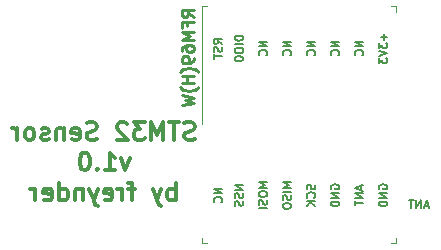
<source format=gbr>
G04 #@! TF.GenerationSoftware,KiCad,Pcbnew,5.0.0-rc2-unknown-a288d61~65~ubuntu18.04.1*
G04 #@! TF.CreationDate,2018-06-25T15:59:09+02:00*
G04 #@! TF.ProjectId,STM32_Sensor,53544D33325F53656E736F722E6B6963,rev?*
G04 #@! TF.SameCoordinates,Original*
G04 #@! TF.FileFunction,Legend,Bot*
G04 #@! TF.FilePolarity,Positive*
%FSLAX46Y46*%
G04 Gerber Fmt 4.6, Leading zero omitted, Abs format (unit mm)*
G04 Created by KiCad (PCBNEW 5.0.0-rc2-unknown-a288d61~65~ubuntu18.04.1) date Mon Jun 25 15:59:09 2018*
%MOMM*%
%LPD*%
G01*
G04 APERTURE LIST*
%ADD10C,0.300000*%
%ADD11C,0.175000*%
%ADD12C,0.250000*%
%ADD13C,0.100000*%
G04 APERTURE END LIST*
D10*
X123720857Y-91021142D02*
X123506571Y-91092571D01*
X123149428Y-91092571D01*
X123006571Y-91021142D01*
X122935142Y-90949714D01*
X122863714Y-90806857D01*
X122863714Y-90664000D01*
X122935142Y-90521142D01*
X123006571Y-90449714D01*
X123149428Y-90378285D01*
X123435142Y-90306857D01*
X123578000Y-90235428D01*
X123649428Y-90164000D01*
X123720857Y-90021142D01*
X123720857Y-89878285D01*
X123649428Y-89735428D01*
X123578000Y-89664000D01*
X123435142Y-89592571D01*
X123078000Y-89592571D01*
X122863714Y-89664000D01*
X122435142Y-89592571D02*
X121578000Y-89592571D01*
X122006571Y-91092571D02*
X122006571Y-89592571D01*
X121078000Y-91092571D02*
X121078000Y-89592571D01*
X120578000Y-90664000D01*
X120078000Y-89592571D01*
X120078000Y-91092571D01*
X119506571Y-89592571D02*
X118578000Y-89592571D01*
X119078000Y-90164000D01*
X118863714Y-90164000D01*
X118720857Y-90235428D01*
X118649428Y-90306857D01*
X118578000Y-90449714D01*
X118578000Y-90806857D01*
X118649428Y-90949714D01*
X118720857Y-91021142D01*
X118863714Y-91092571D01*
X119292285Y-91092571D01*
X119435142Y-91021142D01*
X119506571Y-90949714D01*
X118006571Y-89735428D02*
X117935142Y-89664000D01*
X117792285Y-89592571D01*
X117435142Y-89592571D01*
X117292285Y-89664000D01*
X117220857Y-89735428D01*
X117149428Y-89878285D01*
X117149428Y-90021142D01*
X117220857Y-90235428D01*
X118078000Y-91092571D01*
X117149428Y-91092571D01*
X115435142Y-91021142D02*
X115220857Y-91092571D01*
X114863714Y-91092571D01*
X114720857Y-91021142D01*
X114649428Y-90949714D01*
X114578000Y-90806857D01*
X114578000Y-90664000D01*
X114649428Y-90521142D01*
X114720857Y-90449714D01*
X114863714Y-90378285D01*
X115149428Y-90306857D01*
X115292285Y-90235428D01*
X115363714Y-90164000D01*
X115435142Y-90021142D01*
X115435142Y-89878285D01*
X115363714Y-89735428D01*
X115292285Y-89664000D01*
X115149428Y-89592571D01*
X114792285Y-89592571D01*
X114578000Y-89664000D01*
X113363714Y-91021142D02*
X113506571Y-91092571D01*
X113792285Y-91092571D01*
X113935142Y-91021142D01*
X114006571Y-90878285D01*
X114006571Y-90306857D01*
X113935142Y-90164000D01*
X113792285Y-90092571D01*
X113506571Y-90092571D01*
X113363714Y-90164000D01*
X113292285Y-90306857D01*
X113292285Y-90449714D01*
X114006571Y-90592571D01*
X112649428Y-90092571D02*
X112649428Y-91092571D01*
X112649428Y-90235428D02*
X112578000Y-90164000D01*
X112435142Y-90092571D01*
X112220857Y-90092571D01*
X112078000Y-90164000D01*
X112006571Y-90306857D01*
X112006571Y-91092571D01*
X111363714Y-91021142D02*
X111220857Y-91092571D01*
X110935142Y-91092571D01*
X110792285Y-91021142D01*
X110720857Y-90878285D01*
X110720857Y-90806857D01*
X110792285Y-90664000D01*
X110935142Y-90592571D01*
X111149428Y-90592571D01*
X111292285Y-90521142D01*
X111363714Y-90378285D01*
X111363714Y-90306857D01*
X111292285Y-90164000D01*
X111149428Y-90092571D01*
X110935142Y-90092571D01*
X110792285Y-90164000D01*
X109863714Y-91092571D02*
X110006571Y-91021142D01*
X110078000Y-90949714D01*
X110149428Y-90806857D01*
X110149428Y-90378285D01*
X110078000Y-90235428D01*
X110006571Y-90164000D01*
X109863714Y-90092571D01*
X109649428Y-90092571D01*
X109506571Y-90164000D01*
X109435142Y-90235428D01*
X109363714Y-90378285D01*
X109363714Y-90806857D01*
X109435142Y-90949714D01*
X109506571Y-91021142D01*
X109649428Y-91092571D01*
X109863714Y-91092571D01*
X108720857Y-91092571D02*
X108720857Y-90092571D01*
X108720857Y-90378285D02*
X108649428Y-90235428D01*
X108578000Y-90164000D01*
X108435142Y-90092571D01*
X108292285Y-90092571D01*
X118220857Y-92642571D02*
X117863714Y-93642571D01*
X117506571Y-92642571D01*
X116149428Y-93642571D02*
X117006571Y-93642571D01*
X116578000Y-93642571D02*
X116578000Y-92142571D01*
X116720857Y-92356857D01*
X116863714Y-92499714D01*
X117006571Y-92571142D01*
X115506571Y-93499714D02*
X115435142Y-93571142D01*
X115506571Y-93642571D01*
X115578000Y-93571142D01*
X115506571Y-93499714D01*
X115506571Y-93642571D01*
X114506571Y-92142571D02*
X114363714Y-92142571D01*
X114220857Y-92214000D01*
X114149428Y-92285428D01*
X114078000Y-92428285D01*
X114006571Y-92714000D01*
X114006571Y-93071142D01*
X114078000Y-93356857D01*
X114149428Y-93499714D01*
X114220857Y-93571142D01*
X114363714Y-93642571D01*
X114506571Y-93642571D01*
X114649428Y-93571142D01*
X114720857Y-93499714D01*
X114792285Y-93356857D01*
X114863714Y-93071142D01*
X114863714Y-92714000D01*
X114792285Y-92428285D01*
X114720857Y-92285428D01*
X114649428Y-92214000D01*
X114506571Y-92142571D01*
X122113714Y-96192571D02*
X122113714Y-94692571D01*
X122113714Y-95264000D02*
X121970857Y-95192571D01*
X121685142Y-95192571D01*
X121542285Y-95264000D01*
X121470857Y-95335428D01*
X121399428Y-95478285D01*
X121399428Y-95906857D01*
X121470857Y-96049714D01*
X121542285Y-96121142D01*
X121685142Y-96192571D01*
X121970857Y-96192571D01*
X122113714Y-96121142D01*
X120899428Y-95192571D02*
X120542285Y-96192571D01*
X120185142Y-95192571D02*
X120542285Y-96192571D01*
X120685142Y-96549714D01*
X120756571Y-96621142D01*
X120899428Y-96692571D01*
X118685142Y-95192571D02*
X118113714Y-95192571D01*
X118470857Y-96192571D02*
X118470857Y-94906857D01*
X118399428Y-94764000D01*
X118256571Y-94692571D01*
X118113714Y-94692571D01*
X117613714Y-96192571D02*
X117613714Y-95192571D01*
X117613714Y-95478285D02*
X117542285Y-95335428D01*
X117470857Y-95264000D01*
X117328000Y-95192571D01*
X117185142Y-95192571D01*
X116113714Y-96121142D02*
X116256571Y-96192571D01*
X116542285Y-96192571D01*
X116685142Y-96121142D01*
X116756571Y-95978285D01*
X116756571Y-95406857D01*
X116685142Y-95264000D01*
X116542285Y-95192571D01*
X116256571Y-95192571D01*
X116113714Y-95264000D01*
X116042285Y-95406857D01*
X116042285Y-95549714D01*
X116756571Y-95692571D01*
X115542285Y-95192571D02*
X115185142Y-96192571D01*
X114828000Y-95192571D02*
X115185142Y-96192571D01*
X115328000Y-96549714D01*
X115399428Y-96621142D01*
X115542285Y-96692571D01*
X114256571Y-95192571D02*
X114256571Y-96192571D01*
X114256571Y-95335428D02*
X114185142Y-95264000D01*
X114042285Y-95192571D01*
X113828000Y-95192571D01*
X113685142Y-95264000D01*
X113613714Y-95406857D01*
X113613714Y-96192571D01*
X112256571Y-96192571D02*
X112256571Y-94692571D01*
X112256571Y-96121142D02*
X112399428Y-96192571D01*
X112685142Y-96192571D01*
X112828000Y-96121142D01*
X112899428Y-96049714D01*
X112970857Y-95906857D01*
X112970857Y-95478285D01*
X112899428Y-95335428D01*
X112828000Y-95264000D01*
X112685142Y-95192571D01*
X112399428Y-95192571D01*
X112256571Y-95264000D01*
X110970857Y-96121142D02*
X111113714Y-96192571D01*
X111399428Y-96192571D01*
X111542285Y-96121142D01*
X111613714Y-95978285D01*
X111613714Y-95406857D01*
X111542285Y-95264000D01*
X111399428Y-95192571D01*
X111113714Y-95192571D01*
X110970857Y-95264000D01*
X110899428Y-95406857D01*
X110899428Y-95549714D01*
X111613714Y-95692571D01*
X110256571Y-96192571D02*
X110256571Y-95192571D01*
X110256571Y-95478285D02*
X110185142Y-95335428D01*
X110113714Y-95264000D01*
X109970857Y-95192571D01*
X109828000Y-95192571D01*
D11*
X143548000Y-96636666D02*
X143214666Y-96636666D01*
X143614666Y-96836666D02*
X143381333Y-96136666D01*
X143148000Y-96836666D01*
X142914666Y-96836666D02*
X142914666Y-96136666D01*
X142514666Y-96836666D01*
X142514666Y-96136666D01*
X142281333Y-96136666D02*
X141881333Y-96136666D01*
X142081333Y-96836666D02*
X142081333Y-96136666D01*
X126046666Y-95208000D02*
X125346666Y-95208000D01*
X126046666Y-95608000D01*
X125346666Y-95608000D01*
X125980000Y-96341333D02*
X126013333Y-96308000D01*
X126046666Y-96208000D01*
X126046666Y-96141333D01*
X126013333Y-96041333D01*
X125946666Y-95974666D01*
X125880000Y-95941333D01*
X125746666Y-95908000D01*
X125646666Y-95908000D01*
X125513333Y-95941333D01*
X125446666Y-95974666D01*
X125380000Y-96041333D01*
X125346666Y-96141333D01*
X125346666Y-96208000D01*
X125380000Y-96308000D01*
X125413333Y-96341333D01*
X127824666Y-94891333D02*
X127124666Y-94891333D01*
X127824666Y-95291333D01*
X127124666Y-95291333D01*
X127791333Y-95591333D02*
X127824666Y-95691333D01*
X127824666Y-95858000D01*
X127791333Y-95924666D01*
X127758000Y-95958000D01*
X127691333Y-95991333D01*
X127624666Y-95991333D01*
X127558000Y-95958000D01*
X127524666Y-95924666D01*
X127491333Y-95858000D01*
X127458000Y-95724666D01*
X127424666Y-95658000D01*
X127391333Y-95624666D01*
X127324666Y-95591333D01*
X127258000Y-95591333D01*
X127191333Y-95624666D01*
X127158000Y-95658000D01*
X127124666Y-95724666D01*
X127124666Y-95891333D01*
X127158000Y-95991333D01*
X127791333Y-96258000D02*
X127824666Y-96358000D01*
X127824666Y-96524666D01*
X127791333Y-96591333D01*
X127758000Y-96624666D01*
X127691333Y-96658000D01*
X127624666Y-96658000D01*
X127558000Y-96624666D01*
X127524666Y-96591333D01*
X127491333Y-96524666D01*
X127458000Y-96391333D01*
X127424666Y-96324666D01*
X127391333Y-96291333D01*
X127324666Y-96258000D01*
X127258000Y-96258000D01*
X127191333Y-96291333D01*
X127158000Y-96324666D01*
X127124666Y-96391333D01*
X127124666Y-96558000D01*
X127158000Y-96658000D01*
X129856666Y-94658000D02*
X129156666Y-94658000D01*
X129656666Y-94891333D01*
X129156666Y-95124666D01*
X129856666Y-95124666D01*
X129156666Y-95591333D02*
X129156666Y-95724666D01*
X129190000Y-95791333D01*
X129256666Y-95858000D01*
X129390000Y-95891333D01*
X129623333Y-95891333D01*
X129756666Y-95858000D01*
X129823333Y-95791333D01*
X129856666Y-95724666D01*
X129856666Y-95591333D01*
X129823333Y-95524666D01*
X129756666Y-95458000D01*
X129623333Y-95424666D01*
X129390000Y-95424666D01*
X129256666Y-95458000D01*
X129190000Y-95524666D01*
X129156666Y-95591333D01*
X129823333Y-96158000D02*
X129856666Y-96258000D01*
X129856666Y-96424666D01*
X129823333Y-96491333D01*
X129790000Y-96524666D01*
X129723333Y-96558000D01*
X129656666Y-96558000D01*
X129590000Y-96524666D01*
X129556666Y-96491333D01*
X129523333Y-96424666D01*
X129490000Y-96291333D01*
X129456666Y-96224666D01*
X129423333Y-96191333D01*
X129356666Y-96158000D01*
X129290000Y-96158000D01*
X129223333Y-96191333D01*
X129190000Y-96224666D01*
X129156666Y-96291333D01*
X129156666Y-96458000D01*
X129190000Y-96558000D01*
X129856666Y-96858000D02*
X129156666Y-96858000D01*
X131888666Y-94658000D02*
X131188666Y-94658000D01*
X131688666Y-94891333D01*
X131188666Y-95124666D01*
X131888666Y-95124666D01*
X131888666Y-95458000D02*
X131188666Y-95458000D01*
X131855333Y-95758000D02*
X131888666Y-95858000D01*
X131888666Y-96024666D01*
X131855333Y-96091333D01*
X131822000Y-96124666D01*
X131755333Y-96158000D01*
X131688666Y-96158000D01*
X131622000Y-96124666D01*
X131588666Y-96091333D01*
X131555333Y-96024666D01*
X131522000Y-95891333D01*
X131488666Y-95824666D01*
X131455333Y-95791333D01*
X131388666Y-95758000D01*
X131322000Y-95758000D01*
X131255333Y-95791333D01*
X131222000Y-95824666D01*
X131188666Y-95891333D01*
X131188666Y-96058000D01*
X131222000Y-96158000D01*
X131188666Y-96591333D02*
X131188666Y-96724666D01*
X131222000Y-96791333D01*
X131288666Y-96858000D01*
X131422000Y-96891333D01*
X131655333Y-96891333D01*
X131788666Y-96858000D01*
X131855333Y-96791333D01*
X131888666Y-96724666D01*
X131888666Y-96591333D01*
X131855333Y-96524666D01*
X131788666Y-96458000D01*
X131655333Y-96424666D01*
X131422000Y-96424666D01*
X131288666Y-96458000D01*
X131222000Y-96524666D01*
X131188666Y-96591333D01*
X133887333Y-94858000D02*
X133920666Y-94958000D01*
X133920666Y-95124666D01*
X133887333Y-95191333D01*
X133854000Y-95224666D01*
X133787333Y-95258000D01*
X133720666Y-95258000D01*
X133654000Y-95224666D01*
X133620666Y-95191333D01*
X133587333Y-95124666D01*
X133554000Y-94991333D01*
X133520666Y-94924666D01*
X133487333Y-94891333D01*
X133420666Y-94858000D01*
X133354000Y-94858000D01*
X133287333Y-94891333D01*
X133254000Y-94924666D01*
X133220666Y-94991333D01*
X133220666Y-95158000D01*
X133254000Y-95258000D01*
X133854000Y-95958000D02*
X133887333Y-95924666D01*
X133920666Y-95824666D01*
X133920666Y-95758000D01*
X133887333Y-95658000D01*
X133820666Y-95591333D01*
X133754000Y-95558000D01*
X133620666Y-95524666D01*
X133520666Y-95524666D01*
X133387333Y-95558000D01*
X133320666Y-95591333D01*
X133254000Y-95658000D01*
X133220666Y-95758000D01*
X133220666Y-95824666D01*
X133254000Y-95924666D01*
X133287333Y-95958000D01*
X133920666Y-96258000D02*
X133220666Y-96258000D01*
X133920666Y-96658000D02*
X133520666Y-96358000D01*
X133220666Y-96658000D02*
X133620666Y-96258000D01*
X135286000Y-95224666D02*
X135252666Y-95158000D01*
X135252666Y-95058000D01*
X135286000Y-94958000D01*
X135352666Y-94891333D01*
X135419333Y-94858000D01*
X135552666Y-94824666D01*
X135652666Y-94824666D01*
X135786000Y-94858000D01*
X135852666Y-94891333D01*
X135919333Y-94958000D01*
X135952666Y-95058000D01*
X135952666Y-95124666D01*
X135919333Y-95224666D01*
X135886000Y-95258000D01*
X135652666Y-95258000D01*
X135652666Y-95124666D01*
X135952666Y-95558000D02*
X135252666Y-95558000D01*
X135952666Y-95958000D01*
X135252666Y-95958000D01*
X135952666Y-96291333D02*
X135252666Y-96291333D01*
X135252666Y-96458000D01*
X135286000Y-96558000D01*
X135352666Y-96624666D01*
X135419333Y-96658000D01*
X135552666Y-96691333D01*
X135652666Y-96691333D01*
X135786000Y-96658000D01*
X135852666Y-96624666D01*
X135919333Y-96558000D01*
X135952666Y-96458000D01*
X135952666Y-96291333D01*
X137784666Y-94958000D02*
X137784666Y-95291333D01*
X137984666Y-94891333D02*
X137284666Y-95124666D01*
X137984666Y-95358000D01*
X137984666Y-95591333D02*
X137284666Y-95591333D01*
X137984666Y-95991333D01*
X137284666Y-95991333D01*
X137284666Y-96224666D02*
X137284666Y-96624666D01*
X137984666Y-96424666D02*
X137284666Y-96424666D01*
X139350000Y-95224666D02*
X139316666Y-95158000D01*
X139316666Y-95058000D01*
X139350000Y-94958000D01*
X139416666Y-94891333D01*
X139483333Y-94858000D01*
X139616666Y-94824666D01*
X139716666Y-94824666D01*
X139850000Y-94858000D01*
X139916666Y-94891333D01*
X139983333Y-94958000D01*
X140016666Y-95058000D01*
X140016666Y-95124666D01*
X139983333Y-95224666D01*
X139950000Y-95258000D01*
X139716666Y-95258000D01*
X139716666Y-95124666D01*
X140016666Y-95558000D02*
X139316666Y-95558000D01*
X140016666Y-95958000D01*
X139316666Y-95958000D01*
X140016666Y-96291333D02*
X139316666Y-96291333D01*
X139316666Y-96458000D01*
X139350000Y-96558000D01*
X139416666Y-96624666D01*
X139483333Y-96658000D01*
X139616666Y-96691333D01*
X139716666Y-96691333D01*
X139850000Y-96658000D01*
X139916666Y-96624666D01*
X139983333Y-96558000D01*
X140016666Y-96458000D01*
X140016666Y-96291333D01*
X139750000Y-82078666D02*
X139750000Y-82612000D01*
X140016666Y-82345333D02*
X139483333Y-82345333D01*
X139316666Y-82878666D02*
X139316666Y-83312000D01*
X139583333Y-83078666D01*
X139583333Y-83178666D01*
X139616666Y-83245333D01*
X139650000Y-83278666D01*
X139716666Y-83312000D01*
X139883333Y-83312000D01*
X139950000Y-83278666D01*
X139983333Y-83245333D01*
X140016666Y-83178666D01*
X140016666Y-82978666D01*
X139983333Y-82912000D01*
X139950000Y-82878666D01*
X139316666Y-83512000D02*
X140016666Y-83745333D01*
X139316666Y-83978666D01*
X139316666Y-84145333D02*
X139316666Y-84578666D01*
X139583333Y-84345333D01*
X139583333Y-84445333D01*
X139616666Y-84512000D01*
X139650000Y-84545333D01*
X139716666Y-84578666D01*
X139883333Y-84578666D01*
X139950000Y-84545333D01*
X139983333Y-84512000D01*
X140016666Y-84445333D01*
X140016666Y-84245333D01*
X139983333Y-84178666D01*
X139950000Y-84145333D01*
X137984666Y-82762000D02*
X137284666Y-82762000D01*
X137984666Y-83162000D01*
X137284666Y-83162000D01*
X137918000Y-83895333D02*
X137951333Y-83862000D01*
X137984666Y-83762000D01*
X137984666Y-83695333D01*
X137951333Y-83595333D01*
X137884666Y-83528666D01*
X137818000Y-83495333D01*
X137684666Y-83462000D01*
X137584666Y-83462000D01*
X137451333Y-83495333D01*
X137384666Y-83528666D01*
X137318000Y-83595333D01*
X137284666Y-83695333D01*
X137284666Y-83762000D01*
X137318000Y-83862000D01*
X137351333Y-83895333D01*
X135952666Y-82762000D02*
X135252666Y-82762000D01*
X135952666Y-83162000D01*
X135252666Y-83162000D01*
X135886000Y-83895333D02*
X135919333Y-83862000D01*
X135952666Y-83762000D01*
X135952666Y-83695333D01*
X135919333Y-83595333D01*
X135852666Y-83528666D01*
X135786000Y-83495333D01*
X135652666Y-83462000D01*
X135552666Y-83462000D01*
X135419333Y-83495333D01*
X135352666Y-83528666D01*
X135286000Y-83595333D01*
X135252666Y-83695333D01*
X135252666Y-83762000D01*
X135286000Y-83862000D01*
X135319333Y-83895333D01*
X133920666Y-82762000D02*
X133220666Y-82762000D01*
X133920666Y-83162000D01*
X133220666Y-83162000D01*
X133854000Y-83895333D02*
X133887333Y-83862000D01*
X133920666Y-83762000D01*
X133920666Y-83695333D01*
X133887333Y-83595333D01*
X133820666Y-83528666D01*
X133754000Y-83495333D01*
X133620666Y-83462000D01*
X133520666Y-83462000D01*
X133387333Y-83495333D01*
X133320666Y-83528666D01*
X133254000Y-83595333D01*
X133220666Y-83695333D01*
X133220666Y-83762000D01*
X133254000Y-83862000D01*
X133287333Y-83895333D01*
X131888666Y-82762000D02*
X131188666Y-82762000D01*
X131888666Y-83162000D01*
X131188666Y-83162000D01*
X131822000Y-83895333D02*
X131855333Y-83862000D01*
X131888666Y-83762000D01*
X131888666Y-83695333D01*
X131855333Y-83595333D01*
X131788666Y-83528666D01*
X131722000Y-83495333D01*
X131588666Y-83462000D01*
X131488666Y-83462000D01*
X131355333Y-83495333D01*
X131288666Y-83528666D01*
X131222000Y-83595333D01*
X131188666Y-83695333D01*
X131188666Y-83762000D01*
X131222000Y-83862000D01*
X131255333Y-83895333D01*
X129856666Y-82762000D02*
X129156666Y-82762000D01*
X129856666Y-83162000D01*
X129156666Y-83162000D01*
X129790000Y-83895333D02*
X129823333Y-83862000D01*
X129856666Y-83762000D01*
X129856666Y-83695333D01*
X129823333Y-83595333D01*
X129756666Y-83528666D01*
X129690000Y-83495333D01*
X129556666Y-83462000D01*
X129456666Y-83462000D01*
X129323333Y-83495333D01*
X129256666Y-83528666D01*
X129190000Y-83595333D01*
X129156666Y-83695333D01*
X129156666Y-83762000D01*
X129190000Y-83862000D01*
X129223333Y-83895333D01*
X127824666Y-82262000D02*
X127124666Y-82262000D01*
X127124666Y-82428666D01*
X127158000Y-82528666D01*
X127224666Y-82595333D01*
X127291333Y-82628666D01*
X127424666Y-82662000D01*
X127524666Y-82662000D01*
X127658000Y-82628666D01*
X127724666Y-82595333D01*
X127791333Y-82528666D01*
X127824666Y-82428666D01*
X127824666Y-82262000D01*
X127824666Y-82962000D02*
X127124666Y-82962000D01*
X127124666Y-83428666D02*
X127124666Y-83562000D01*
X127158000Y-83628666D01*
X127224666Y-83695333D01*
X127358000Y-83728666D01*
X127591333Y-83728666D01*
X127724666Y-83695333D01*
X127791333Y-83628666D01*
X127824666Y-83562000D01*
X127824666Y-83428666D01*
X127791333Y-83362000D01*
X127724666Y-83295333D01*
X127591333Y-83262000D01*
X127358000Y-83262000D01*
X127224666Y-83295333D01*
X127158000Y-83362000D01*
X127124666Y-83428666D01*
X127124666Y-84162000D02*
X127124666Y-84228666D01*
X127158000Y-84295333D01*
X127191333Y-84328666D01*
X127258000Y-84362000D01*
X127391333Y-84395333D01*
X127558000Y-84395333D01*
X127691333Y-84362000D01*
X127758000Y-84328666D01*
X127791333Y-84295333D01*
X127824666Y-84228666D01*
X127824666Y-84162000D01*
X127791333Y-84095333D01*
X127758000Y-84062000D01*
X127691333Y-84028666D01*
X127558000Y-83995333D01*
X127391333Y-83995333D01*
X127258000Y-84028666D01*
X127191333Y-84062000D01*
X127158000Y-84095333D01*
X127124666Y-84162000D01*
X126046666Y-82928666D02*
X125713333Y-82695333D01*
X126046666Y-82528666D02*
X125346666Y-82528666D01*
X125346666Y-82795333D01*
X125380000Y-82862000D01*
X125413333Y-82895333D01*
X125480000Y-82928666D01*
X125580000Y-82928666D01*
X125646666Y-82895333D01*
X125680000Y-82862000D01*
X125713333Y-82795333D01*
X125713333Y-82528666D01*
X126013333Y-83195333D02*
X126046666Y-83295333D01*
X126046666Y-83462000D01*
X126013333Y-83528666D01*
X125980000Y-83562000D01*
X125913333Y-83595333D01*
X125846666Y-83595333D01*
X125780000Y-83562000D01*
X125746666Y-83528666D01*
X125713333Y-83462000D01*
X125680000Y-83328666D01*
X125646666Y-83262000D01*
X125613333Y-83228666D01*
X125546666Y-83195333D01*
X125480000Y-83195333D01*
X125413333Y-83228666D01*
X125380000Y-83262000D01*
X125346666Y-83328666D01*
X125346666Y-83495333D01*
X125380000Y-83595333D01*
X125346666Y-83795333D02*
X125346666Y-84195333D01*
X126046666Y-83995333D02*
X125346666Y-83995333D01*
D12*
X123642380Y-80669238D02*
X123166190Y-80335904D01*
X123642380Y-80097809D02*
X122642380Y-80097809D01*
X122642380Y-80478761D01*
X122690000Y-80574000D01*
X122737619Y-80621619D01*
X122832857Y-80669238D01*
X122975714Y-80669238D01*
X123070952Y-80621619D01*
X123118571Y-80574000D01*
X123166190Y-80478761D01*
X123166190Y-80097809D01*
X123118571Y-81431142D02*
X123118571Y-81097809D01*
X123642380Y-81097809D02*
X122642380Y-81097809D01*
X122642380Y-81574000D01*
X123642380Y-81954952D02*
X122642380Y-81954952D01*
X123356666Y-82288285D01*
X122642380Y-82621619D01*
X123642380Y-82621619D01*
X122642380Y-83526380D02*
X122642380Y-83335904D01*
X122690000Y-83240666D01*
X122737619Y-83193047D01*
X122880476Y-83097809D01*
X123070952Y-83050190D01*
X123451904Y-83050190D01*
X123547142Y-83097809D01*
X123594761Y-83145428D01*
X123642380Y-83240666D01*
X123642380Y-83431142D01*
X123594761Y-83526380D01*
X123547142Y-83574000D01*
X123451904Y-83621619D01*
X123213809Y-83621619D01*
X123118571Y-83574000D01*
X123070952Y-83526380D01*
X123023333Y-83431142D01*
X123023333Y-83240666D01*
X123070952Y-83145428D01*
X123118571Y-83097809D01*
X123213809Y-83050190D01*
X123642380Y-84097809D02*
X123642380Y-84288285D01*
X123594761Y-84383523D01*
X123547142Y-84431142D01*
X123404285Y-84526380D01*
X123213809Y-84574000D01*
X122832857Y-84574000D01*
X122737619Y-84526380D01*
X122690000Y-84478761D01*
X122642380Y-84383523D01*
X122642380Y-84193047D01*
X122690000Y-84097809D01*
X122737619Y-84050190D01*
X122832857Y-84002571D01*
X123070952Y-84002571D01*
X123166190Y-84050190D01*
X123213809Y-84097809D01*
X123261428Y-84193047D01*
X123261428Y-84383523D01*
X123213809Y-84478761D01*
X123166190Y-84526380D01*
X123070952Y-84574000D01*
X124023333Y-85288285D02*
X123975714Y-85240666D01*
X123832857Y-85145428D01*
X123737619Y-85097809D01*
X123594761Y-85050190D01*
X123356666Y-85002571D01*
X123166190Y-85002571D01*
X122928095Y-85050190D01*
X122785238Y-85097809D01*
X122690000Y-85145428D01*
X122547142Y-85240666D01*
X122499523Y-85288285D01*
X123642380Y-85669238D02*
X122642380Y-85669238D01*
X123118571Y-85669238D02*
X123118571Y-86240666D01*
X123642380Y-86240666D02*
X122642380Y-86240666D01*
X124023333Y-86621619D02*
X123975714Y-86669238D01*
X123832857Y-86764476D01*
X123737619Y-86812095D01*
X123594761Y-86859714D01*
X123356666Y-86907333D01*
X123166190Y-86907333D01*
X122928095Y-86859714D01*
X122785238Y-86812095D01*
X122690000Y-86764476D01*
X122547142Y-86669238D01*
X122499523Y-86621619D01*
X122642380Y-87288285D02*
X123642380Y-87526380D01*
X122928095Y-87716857D01*
X123642380Y-87907333D01*
X122642380Y-88145428D01*
D13*
G04 #@! TO.C,U2*
X124388000Y-79739000D02*
X124788000Y-79739000D01*
X124388000Y-99839000D02*
X124788000Y-99839000D01*
X124388000Y-99339000D02*
X124388000Y-99839000D01*
X140388000Y-99839000D02*
X140788000Y-99839000D01*
X140788000Y-99339000D02*
X140788000Y-99839000D01*
X140388000Y-79739000D02*
X140788000Y-79739000D01*
X140788000Y-79739000D02*
X140788000Y-80239000D01*
X124388000Y-79739000D02*
X124388000Y-89739000D01*
G04 #@! TD*
M02*

</source>
